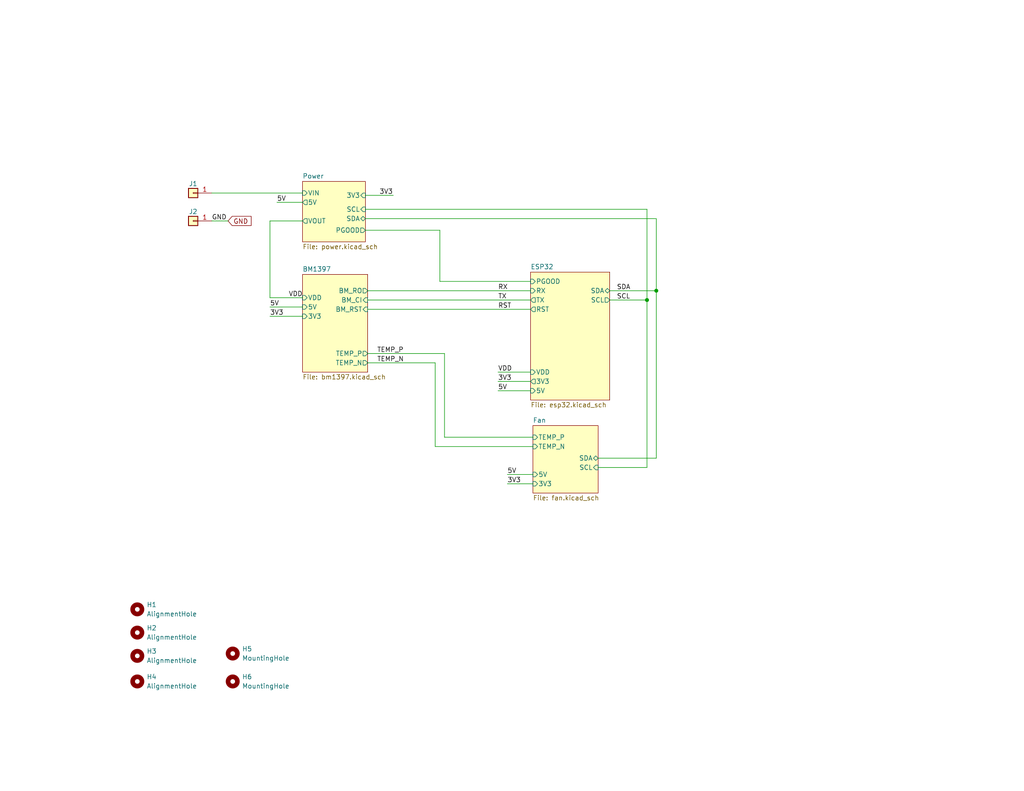
<source format=kicad_sch>
(kicad_sch (version 20230121) (generator eeschema)
  (paper "A")
  (title_block (title "bitaxe, yo!") (date "2023-05-02") (rev "2.3"))
  (lib_symbols
    (symbol "Connector_Generic:Conn_01x01" (pin_names (offset 1.016) hide)
      (property "Reference" "J" (at 0 2.54 0))
      (property "Value" "Conn_01x01" (at 0 -2.54 0))
      (symbol "Conn_01x01_1_1"
        (rectangle (start -1.27 0.127) (end 0 -0.127) (stroke (width 0.1524)))
        (rectangle (start -1.27 1.27) (end 1.27 -1.27) (stroke (width 0.254)) (fill (type background)))
        (pin passive line (at -5.08 0 0) (length 3.81) (name "Pin_1") (number "1"))
      )
    )
    (symbol "Mechanical:MountingHole" (pin_names (offset 1.016))
      (property "Reference" "H" (at 0 5.08 0))
      (property "Value" "MountingHole" (at 0 3.175 0))
      (symbol "MountingHole_0_1"
        (circle (center 0 0) (radius 1.27) (stroke (width 1.27)))
      )
    )
  )
  (junction (at 179.07 79.375))
  (junction (at 176.53 81.915))
  (wire (pts (xy 135.89 101.6) (xy 144.78 101.6)))
  (wire (pts (xy 100.33 96.52) (xy 121.285 96.52)))
  (wire (pts (xy 99.695 57.15) (xy 176.53 57.15)))
  (wire (pts (xy 163.195 125.095) (xy 179.07 125.095)))
  (wire (pts (xy 166.37 81.915) (xy 176.53 81.915)))
  (wire (pts (xy 75.565 55.245) (xy 82.55 55.245)))
  (wire (pts (xy 100.33 81.915) (xy 144.78 81.915)))
  (wire (pts (xy 144.78 76.835) (xy 120.015 76.835)))
  (wire (pts (xy 57.785 60.325) (xy 62.23 60.325)))
  (wire (pts (xy 118.745 99.06) (xy 118.745 121.92)))
  (wire (pts (xy 138.43 132.08) (xy 145.415 132.08)))
  (wire (pts (xy 120.015 76.835) (xy 120.015 62.865)))
  (wire (pts (xy 179.07 59.69) (xy 179.07 79.375)))
  (wire (pts (xy 121.285 96.52) (xy 121.285 119.38)))
  (wire (pts (xy 99.695 59.69) (xy 179.07 59.69)))
  (wire (pts (xy 145.415 121.92) (xy 118.745 121.92)))
  (wire (pts (xy 57.785 52.705) (xy 82.55 52.705)))
  (wire (pts (xy 176.53 81.915) (xy 176.53 127.635)))
  (wire (pts (xy 176.53 57.15) (xy 176.53 81.915)))
  (wire (pts (xy 166.37 79.375) (xy 179.07 79.375)))
  (wire (pts (xy 100.33 99.06) (xy 118.745 99.06)))
  (wire (pts (xy 145.415 119.38) (xy 121.285 119.38)))
  (wire (pts (xy 73.66 86.36) (xy 82.55 86.36)))
  (wire (pts (xy 135.89 104.14) (xy 144.78 104.14)))
  (wire (pts (xy 100.33 79.375) (xy 144.78 79.375)))
  (wire (pts (xy 163.195 127.635) (xy 176.53 127.635)))
  (wire (pts (xy 73.66 81.28) (xy 73.66 60.325)))
  (wire (pts (xy 73.66 83.82) (xy 82.55 83.82)))
  (wire (pts (xy 179.07 125.095) (xy 179.07 79.375)))
  (wire (pts (xy 120.015 62.865) (xy 99.695 62.865)))
  (wire (pts (xy 138.43 129.54) (xy 145.415 129.54)))
  (wire (pts (xy 82.55 81.28) (xy 73.66 81.28)))
  (wire (pts (xy 73.66 60.325) (xy 82.55 60.325)))
  (wire (pts (xy 100.33 84.455) (xy 144.78 84.455)))
  (wire (pts (xy 135.89 106.68) (xy 144.78 106.68)))
  (wire (pts (xy 99.695 53.34) (xy 107.315 53.34)))
  (label "VDD" (at 135.89 101.6 0))
  (label "TEMP_N" (at 102.87 99.06 0))
  (label "3V3" (at 73.66 86.36 0))
  (label "RST" (at 135.89 84.455 0))
  (label "VDD" (at 78.74 81.28 0))
  (label "5V" (at 75.565 55.245 0))
  (label "5V" (at 138.43 129.54 0))
  (label "SDA" (at 168.275 79.375 0))
  (label "RX" (at 135.89 79.375 0))
  (label "3V3" (at 103.505 53.34 0))
  (label "3V3" (at 135.89 104.14 0))
  (label "SCL" (at 168.275 81.915 0))
  (label "5V" (at 135.89 106.68 0))
  (label "3V3" (at 138.43 132.08 0))
  (label "5V" (at 73.66 83.82 0))
  (label "GND" (at 57.785 60.325 0))
  (label "TEMP_P" (at 102.87 96.52 0))
  (label "TX" (at 135.89 81.915 0))
  (global_label "GND" (shape input) (at 62.23 60.325 0) (property "Intersheetrefs" "${INTERSHEET_REFS}" (effects hide)))
  (symbol (lib_id "Connector_Generic:Conn_01x01") (at 52.705 52.705 180) (unit 1)
    (property "Reference" "J1" (at 52.705 50.165 0))
    (property "Value" "Conn_01x01" (effects hide))
    (property "Footprint" "TPS40305_supply:63862-1" (effects hide))
    (property "Datasheet" "https://www.te.com/commerce/DocumentDelivery/DDEController?Action=srchrtrv&DocNm=63862&DocType=Customer+Drawing&DocLang=English" (effects hide))
    (property "DK" "A100886CT-ND" (effects hide))
    (property "PARTNO" "63862-1" (effects hide))
  )
  (symbol (lib_id "Mechanical:MountingHole") (at 37.465 179.07 0) (unit 1)
    (property "Reference" "H3" (at 40.005 177.7999 0) (effects (justify left)))
    (property "Value" "AlignmentHole" (at 40.005 180.3399 0) (effects (justify left)))
    (property "Footprint" "MountingHole:MountingHole_2.2mm_M2" (effects hide))
    (property "PARTNO" "https://www.amazon.com/dp/B07MDFS1YS" (effects hide))
    (property "DNP" "T" (effects hide))
  )
  (symbol (lib_id "Mechanical:MountingHole") (at 37.465 172.72 0) (unit 1)
    (property "Reference" "H2" (at 40.005 171.4499 0) (effects (justify left)))
    (property "Value" "AlignmentHole" (at 40.005 173.9899 0) (effects (justify left)))
    (property "Footprint" "MountingHole:MountingHole_2.2mm_M2" (effects hide))
    (property "PARTNO" "https://www.amazon.com/dp/B07MDFS1YS" (effects hide))
    (property "DNP" "T" (effects hide))
  )
  (symbol (lib_id "Connector_Generic:Conn_01x01") (at 52.705 60.325 180) (unit 1)
    (property "Reference" "J2" (at 52.705 57.785 0))
    (property "Value" "Conn_01x01" (effects hide))
    (property "Footprint" "TPS40305_supply:63862-1" (effects hide))
    (property "Datasheet" "https://www.te.com/commerce/DocumentDelivery/DDEController?Action=srchrtrv&DocNm=63862&DocType=Customer+Drawing&DocLang=English" (effects hide))
    (property "DK" "A100886CT-ND" (effects hide))
    (property "PARTNO" "63862-1" (effects hide))
  )
  (symbol (lib_id "Mechanical:MountingHole") (at 37.465 166.37 0) (unit 1)
    (property "Reference" "H1" (at 40.005 165.0999 0) (effects (justify left)))
    (property "Value" "AlignmentHole" (at 40.005 167.6399 0) (effects (justify left)))
    (property "Footprint" "MountingHole:MountingHole_2.2mm_M2" (effects hide))
    (property "PARTNO" "https://www.amazon.com/dp/B07MDFS1YS" (effects hide))
    (property "DNP" "T" (effects hide))
  )
  (symbol (lib_id "Mechanical:MountingHole") (at 63.5 186.055 0) (unit 1)
    (property "Reference" "H6" (at 66.04 184.7849 0) (effects (justify left)))
    (property "Value" "MountingHole" (at 66.04 187.3249 0) (effects (justify left)))
    (property "Footprint" "MountingHole:MountingHole_3.5mm" (effects hide))
    (property "DNP" "T" (effects hide))
  )
  (symbol (lib_id "Mechanical:MountingHole") (at 63.5 178.435 0) (unit 1)
    (property "Reference" "H5" (at 66.04 177.1649 0) (effects (justify left)))
    (property "Value" "MountingHole" (at 66.04 179.7049 0) (effects (justify left)))
    (property "Footprint" "MountingHole:MountingHole_3.5mm" (effects hide))
    (property "DNP" "T" (effects hide))
  )
  (symbol (lib_id "Mechanical:MountingHole") (at 37.465 186.055 0) (unit 1)
    (property "Reference" "H4" (at 40.005 184.7849 0) (effects (justify left)))
    (property "Value" "AlignmentHole" (at 40.005 187.3249 0) (effects (justify left)))
    (property "Footprint" "MountingHole:MountingHole_2.2mm_M2" (effects hide))
    (property "PARTNO" "https://www.amazon.com/dp/B07MDFS1YS" (effects hide))
    (property "DNP" "T" (effects hide))
  )
  (sheet (at 82.55 74.93) (size 17.78 26.67) (stroke (width 0.1524)) (fill (color 255 255 194 1.0000))
    (property "Sheetname" "BM1397" (at 82.55 74.2184 0) (effects (justify left bottom)))
    (property "Sheetfile" "bm1397.kicad_sch" (at 82.55 102.1846 0) (effects (justify left top)))
    (pin "3V3" input (at 82.55 86.36 180))
    (pin "5V" input (at 82.55 83.82 180))
    (pin "TEMP_P" output (at 100.33 96.52 0))
    (pin "TEMP_N" output (at 100.33 99.06 0))
    (pin "VDD" input (at 82.55 81.28 180))
    (pin "BM_CI" input (at 100.33 81.915 0))
    (pin "BM_RO" output (at 100.33 79.375 0))
    (pin "BM_RST" input (at 100.33 84.455 0))
  )
  (sheet (at 145.415 116.205) (size 17.78 18.415) (stroke (width 0.1524)) (fill (color 255 255 194 1.0000))
    (property "Sheetname" "Fan" (at 145.415 115.4934 0) (effects (justify left bottom)))
    (property "Sheetfile" "fan.kicad_sch" (at 145.415 135.2046 0) (effects (justify left top)))
    (pin "TEMP_N" input (at 145.415 121.92 180))
    (pin "TEMP_P" input (at 145.415 119.38 180))
    (pin "SDA" bidirectional (at 163.195 125.095 0))
    (pin "SCL" input (at 163.195 127.635 0))
    (pin "5V" input (at 145.415 129.54 180))
    (pin "3V3" input (at 145.415 132.08 180))
  )
  (sheet (at 82.55 49.53) (size 17.145 16.51) (stroke (width 0.1524)) (fill (color 255 255 194 1.0000))
    (property "Sheetname" "Power" (at 82.55 48.8184 0) (effects (justify left bottom)))
    (property "Sheetfile" "power.kicad_sch" (at 82.55 66.6246 0) (effects (justify left top)))
    (pin "VOUT" output (at 82.55 60.325 180))
    (pin "VIN" input (at 82.55 52.705 180))
    (pin "SCL" input (at 99.695 57.15 0))
    (pin "SDA" bidirectional (at 99.695 59.69 0))
    (pin "5V" output (at 82.55 55.245 180))
    (pin "3V3" input (at 99.695 53.34 0))
    (pin "PGOOD" output (at 99.695 62.865 0))
  )
  (sheet (at 144.78 74.295) (size 21.59 34.925) (stroke (width 0.1524)) (fill (color 255 255 194 1.0000))
    (property "Sheetname" "ESP32" (at 144.78 73.5834 0) (effects (justify left bottom)))
    (property "Sheetfile" "esp32.kicad_sch" (at 144.78 109.8046 0) (effects (justify left top)))
    (pin "SDA" bidirectional (at 166.37 79.375 0))
    (pin "SCL" output (at 166.37 81.915 0))
    (pin "RX" input (at 144.78 79.375 180))
    (pin "TX" output (at 144.78 81.915 180))
    (pin "RST" output (at 144.78 84.455 180))
    (pin "5V" input (at 144.78 106.68 180))
    (pin "3V3" output (at 144.78 104.14 180))
    (pin "PGOOD" input (at 144.78 76.835 180))
    (pin "VDD" input (at 144.78 101.6 180))
  )
)
</source>
